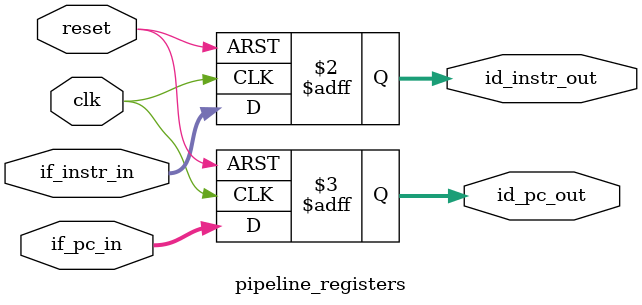
<source format=sv>
module pipeline_registers (
    input  logic clk, reset,
    input  logic [31:0] if_instr_in, if_pc_in,
    output logic [31:0] id_instr_out, id_pc_out
);
    always_ff @(posedge clk or posedge reset) begin
        if (reset) begin
            id_instr_out <= 32'b0;
            id_pc_out    <= 32'b0;
        end else begin
            id_instr_out <= if_instr_in;
            id_pc_out    <= if_pc_in;
        end
    end
endmodule

</source>
